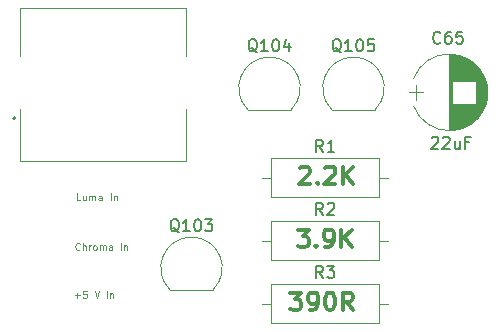
<source format=gbr>
G04 #@! TF.GenerationSoftware,KiCad,Pcbnew,(5.1.4)-1*
G04 #@! TF.CreationDate,2020-05-22T23:55:23+02:00*
G04 #@! TF.ProjectId,S-VHS ZX Spectrum,532d5648-5320-45a5-9820-537065637472,rev?*
G04 #@! TF.SameCoordinates,Original*
G04 #@! TF.FileFunction,Legend,Top*
G04 #@! TF.FilePolarity,Positive*
%FSLAX46Y46*%
G04 Gerber Fmt 4.6, Leading zero omitted, Abs format (unit mm)*
G04 Created by KiCad (PCBNEW (5.1.4)-1) date 2020-05-22 23:55:23*
%MOMM*%
%LPD*%
G04 APERTURE LIST*
%ADD10C,0.300000*%
%ADD11C,0.100000*%
%ADD12C,0.200000*%
%ADD13C,0.120000*%
%ADD14C,0.150000*%
G04 APERTURE END LIST*
D10*
X160516428Y-108271571D02*
X161445000Y-108271571D01*
X160945000Y-108843000D01*
X161159285Y-108843000D01*
X161302142Y-108914428D01*
X161373571Y-108985857D01*
X161445000Y-109128714D01*
X161445000Y-109485857D01*
X161373571Y-109628714D01*
X161302142Y-109700142D01*
X161159285Y-109771571D01*
X160730714Y-109771571D01*
X160587857Y-109700142D01*
X160516428Y-109628714D01*
X162159285Y-109771571D02*
X162445000Y-109771571D01*
X162587857Y-109700142D01*
X162659285Y-109628714D01*
X162802142Y-109414428D01*
X162873571Y-109128714D01*
X162873571Y-108557285D01*
X162802142Y-108414428D01*
X162730714Y-108343000D01*
X162587857Y-108271571D01*
X162302142Y-108271571D01*
X162159285Y-108343000D01*
X162087857Y-108414428D01*
X162016428Y-108557285D01*
X162016428Y-108914428D01*
X162087857Y-109057285D01*
X162159285Y-109128714D01*
X162302142Y-109200142D01*
X162587857Y-109200142D01*
X162730714Y-109128714D01*
X162802142Y-109057285D01*
X162873571Y-108914428D01*
X163802142Y-108271571D02*
X163945000Y-108271571D01*
X164087857Y-108343000D01*
X164159285Y-108414428D01*
X164230714Y-108557285D01*
X164302142Y-108843000D01*
X164302142Y-109200142D01*
X164230714Y-109485857D01*
X164159285Y-109628714D01*
X164087857Y-109700142D01*
X163945000Y-109771571D01*
X163802142Y-109771571D01*
X163659285Y-109700142D01*
X163587857Y-109628714D01*
X163516428Y-109485857D01*
X163445000Y-109200142D01*
X163445000Y-108843000D01*
X163516428Y-108557285D01*
X163587857Y-108414428D01*
X163659285Y-108343000D01*
X163802142Y-108271571D01*
X165802142Y-109771571D02*
X165302142Y-109057285D01*
X164945000Y-109771571D02*
X164945000Y-108271571D01*
X165516428Y-108271571D01*
X165659285Y-108343000D01*
X165730714Y-108414428D01*
X165802142Y-108557285D01*
X165802142Y-108771571D01*
X165730714Y-108914428D01*
X165659285Y-108985857D01*
X165516428Y-109057285D01*
X164945000Y-109057285D01*
X161127571Y-102937571D02*
X162056142Y-102937571D01*
X161556142Y-103509000D01*
X161770428Y-103509000D01*
X161913285Y-103580428D01*
X161984714Y-103651857D01*
X162056142Y-103794714D01*
X162056142Y-104151857D01*
X161984714Y-104294714D01*
X161913285Y-104366142D01*
X161770428Y-104437571D01*
X161341857Y-104437571D01*
X161199000Y-104366142D01*
X161127571Y-104294714D01*
X162699000Y-104294714D02*
X162770428Y-104366142D01*
X162699000Y-104437571D01*
X162627571Y-104366142D01*
X162699000Y-104294714D01*
X162699000Y-104437571D01*
X163484714Y-104437571D02*
X163770428Y-104437571D01*
X163913285Y-104366142D01*
X163984714Y-104294714D01*
X164127571Y-104080428D01*
X164199000Y-103794714D01*
X164199000Y-103223285D01*
X164127571Y-103080428D01*
X164056142Y-103009000D01*
X163913285Y-102937571D01*
X163627571Y-102937571D01*
X163484714Y-103009000D01*
X163413285Y-103080428D01*
X163341857Y-103223285D01*
X163341857Y-103580428D01*
X163413285Y-103723285D01*
X163484714Y-103794714D01*
X163627571Y-103866142D01*
X163913285Y-103866142D01*
X164056142Y-103794714D01*
X164127571Y-103723285D01*
X164199000Y-103580428D01*
X164841857Y-104437571D02*
X164841857Y-102937571D01*
X165699000Y-104437571D02*
X165056142Y-103580428D01*
X165699000Y-102937571D02*
X164841857Y-103794714D01*
X161326000Y-97746428D02*
X161397428Y-97675000D01*
X161540285Y-97603571D01*
X161897428Y-97603571D01*
X162040285Y-97675000D01*
X162111714Y-97746428D01*
X162183142Y-97889285D01*
X162183142Y-98032142D01*
X162111714Y-98246428D01*
X161254571Y-99103571D01*
X162183142Y-99103571D01*
X162826000Y-98960714D02*
X162897428Y-99032142D01*
X162826000Y-99103571D01*
X162754571Y-99032142D01*
X162826000Y-98960714D01*
X162826000Y-99103571D01*
X163468857Y-97746428D02*
X163540285Y-97675000D01*
X163683142Y-97603571D01*
X164040285Y-97603571D01*
X164183142Y-97675000D01*
X164254571Y-97746428D01*
X164326000Y-97889285D01*
X164326000Y-98032142D01*
X164254571Y-98246428D01*
X163397428Y-99103571D01*
X164326000Y-99103571D01*
X164968857Y-99103571D02*
X164968857Y-97603571D01*
X165826000Y-99103571D02*
X165183142Y-98246428D01*
X165826000Y-97603571D02*
X164968857Y-98460714D01*
D11*
X142248142Y-108500857D02*
X142705285Y-108500857D01*
X142476714Y-108729428D02*
X142476714Y-108272285D01*
X143276714Y-108129428D02*
X142991000Y-108129428D01*
X142962428Y-108415142D01*
X142991000Y-108386571D01*
X143048142Y-108358000D01*
X143191000Y-108358000D01*
X143248142Y-108386571D01*
X143276714Y-108415142D01*
X143305285Y-108472285D01*
X143305285Y-108615142D01*
X143276714Y-108672285D01*
X143248142Y-108700857D01*
X143191000Y-108729428D01*
X143048142Y-108729428D01*
X142991000Y-108700857D01*
X142962428Y-108672285D01*
X143933857Y-108129428D02*
X144133857Y-108729428D01*
X144333857Y-108129428D01*
X144991000Y-108729428D02*
X144991000Y-108129428D01*
X145276714Y-108329428D02*
X145276714Y-108729428D01*
X145276714Y-108386571D02*
X145305285Y-108358000D01*
X145362428Y-108329428D01*
X145448142Y-108329428D01*
X145505285Y-108358000D01*
X145533857Y-108415142D01*
X145533857Y-108729428D01*
X142668857Y-104608285D02*
X142640285Y-104636857D01*
X142554571Y-104665428D01*
X142497428Y-104665428D01*
X142411714Y-104636857D01*
X142354571Y-104579714D01*
X142326000Y-104522571D01*
X142297428Y-104408285D01*
X142297428Y-104322571D01*
X142326000Y-104208285D01*
X142354571Y-104151142D01*
X142411714Y-104094000D01*
X142497428Y-104065428D01*
X142554571Y-104065428D01*
X142640285Y-104094000D01*
X142668857Y-104122571D01*
X142926000Y-104665428D02*
X142926000Y-104065428D01*
X143183142Y-104665428D02*
X143183142Y-104351142D01*
X143154571Y-104294000D01*
X143097428Y-104265428D01*
X143011714Y-104265428D01*
X142954571Y-104294000D01*
X142926000Y-104322571D01*
X143468857Y-104665428D02*
X143468857Y-104265428D01*
X143468857Y-104379714D02*
X143497428Y-104322571D01*
X143526000Y-104294000D01*
X143583142Y-104265428D01*
X143640285Y-104265428D01*
X143926000Y-104665428D02*
X143868857Y-104636857D01*
X143840285Y-104608285D01*
X143811714Y-104551142D01*
X143811714Y-104379714D01*
X143840285Y-104322571D01*
X143868857Y-104294000D01*
X143926000Y-104265428D01*
X144011714Y-104265428D01*
X144068857Y-104294000D01*
X144097428Y-104322571D01*
X144126000Y-104379714D01*
X144126000Y-104551142D01*
X144097428Y-104608285D01*
X144068857Y-104636857D01*
X144011714Y-104665428D01*
X143926000Y-104665428D01*
X144383142Y-104665428D02*
X144383142Y-104265428D01*
X144383142Y-104322571D02*
X144411714Y-104294000D01*
X144468857Y-104265428D01*
X144554571Y-104265428D01*
X144611714Y-104294000D01*
X144640285Y-104351142D01*
X144640285Y-104665428D01*
X144640285Y-104351142D02*
X144668857Y-104294000D01*
X144726000Y-104265428D01*
X144811714Y-104265428D01*
X144868857Y-104294000D01*
X144897428Y-104351142D01*
X144897428Y-104665428D01*
X145440285Y-104665428D02*
X145440285Y-104351142D01*
X145411714Y-104294000D01*
X145354571Y-104265428D01*
X145240285Y-104265428D01*
X145183142Y-104294000D01*
X145440285Y-104636857D02*
X145383142Y-104665428D01*
X145240285Y-104665428D01*
X145183142Y-104636857D01*
X145154571Y-104579714D01*
X145154571Y-104522571D01*
X145183142Y-104465428D01*
X145240285Y-104436857D01*
X145383142Y-104436857D01*
X145440285Y-104408285D01*
X146183142Y-104665428D02*
X146183142Y-104065428D01*
X146468857Y-104265428D02*
X146468857Y-104665428D01*
X146468857Y-104322571D02*
X146497428Y-104294000D01*
X146554571Y-104265428D01*
X146640285Y-104265428D01*
X146697428Y-104294000D01*
X146726000Y-104351142D01*
X146726000Y-104665428D01*
X142745000Y-100474428D02*
X142459285Y-100474428D01*
X142459285Y-99874428D01*
X143202142Y-100074428D02*
X143202142Y-100474428D01*
X142945000Y-100074428D02*
X142945000Y-100388714D01*
X142973571Y-100445857D01*
X143030714Y-100474428D01*
X143116428Y-100474428D01*
X143173571Y-100445857D01*
X143202142Y-100417285D01*
X143487857Y-100474428D02*
X143487857Y-100074428D01*
X143487857Y-100131571D02*
X143516428Y-100103000D01*
X143573571Y-100074428D01*
X143659285Y-100074428D01*
X143716428Y-100103000D01*
X143745000Y-100160142D01*
X143745000Y-100474428D01*
X143745000Y-100160142D02*
X143773571Y-100103000D01*
X143830714Y-100074428D01*
X143916428Y-100074428D01*
X143973571Y-100103000D01*
X144002142Y-100160142D01*
X144002142Y-100474428D01*
X144545000Y-100474428D02*
X144545000Y-100160142D01*
X144516428Y-100103000D01*
X144459285Y-100074428D01*
X144345000Y-100074428D01*
X144287857Y-100103000D01*
X144545000Y-100445857D02*
X144487857Y-100474428D01*
X144345000Y-100474428D01*
X144287857Y-100445857D01*
X144259285Y-100388714D01*
X144259285Y-100331571D01*
X144287857Y-100274428D01*
X144345000Y-100245857D01*
X144487857Y-100245857D01*
X144545000Y-100217285D01*
X145287857Y-100474428D02*
X145287857Y-99874428D01*
X145573571Y-100074428D02*
X145573571Y-100474428D01*
X145573571Y-100131571D02*
X145602142Y-100103000D01*
X145659285Y-100074428D01*
X145745000Y-100074428D01*
X145802142Y-100103000D01*
X145830714Y-100160142D01*
X145830714Y-100474428D01*
X137640000Y-88204000D02*
X137640000Y-84204000D01*
X137640000Y-84204000D02*
X151640000Y-84204000D01*
X151640000Y-84204000D02*
X151640000Y-88204000D01*
X137640000Y-92704000D02*
X137640000Y-97104000D01*
X137640000Y-97104000D02*
X151640000Y-97104000D01*
X151640000Y-97104000D02*
X151640000Y-92704000D01*
D12*
X137240000Y-93504000D02*
X137240000Y-93504000D01*
X137040000Y-93504000D02*
X137040000Y-93504000D01*
X137040000Y-93504000D02*
G75*
G02X137240000Y-93504000I100000J0D01*
G01*
X137240000Y-93504000D02*
G75*
G02X137040000Y-93504000I-100000J0D01*
G01*
D13*
X176987820Y-90133864D02*
G75*
G03X170952518Y-90133000I-3017820J-1179136D01*
G01*
X176987820Y-92492136D02*
G75*
G02X170952518Y-92493000I-3017820J1179136D01*
G01*
X176987820Y-92492136D02*
G75*
G03X176987482Y-90133000I-3017820J1179136D01*
G01*
X173970000Y-88113000D02*
X173970000Y-94513000D01*
X174010000Y-88113000D02*
X174010000Y-94513000D01*
X174050000Y-88113000D02*
X174050000Y-94513000D01*
X174090000Y-88115000D02*
X174090000Y-94511000D01*
X174130000Y-88116000D02*
X174130000Y-94510000D01*
X174170000Y-88119000D02*
X174170000Y-94507000D01*
X174210000Y-88121000D02*
X174210000Y-94505000D01*
X174250000Y-88125000D02*
X174250000Y-90333000D01*
X174250000Y-92293000D02*
X174250000Y-94501000D01*
X174290000Y-88128000D02*
X174290000Y-90333000D01*
X174290000Y-92293000D02*
X174290000Y-94498000D01*
X174330000Y-88133000D02*
X174330000Y-90333000D01*
X174330000Y-92293000D02*
X174330000Y-94493000D01*
X174370000Y-88137000D02*
X174370000Y-90333000D01*
X174370000Y-92293000D02*
X174370000Y-94489000D01*
X174410000Y-88143000D02*
X174410000Y-90333000D01*
X174410000Y-92293000D02*
X174410000Y-94483000D01*
X174450000Y-88148000D02*
X174450000Y-90333000D01*
X174450000Y-92293000D02*
X174450000Y-94478000D01*
X174490000Y-88155000D02*
X174490000Y-90333000D01*
X174490000Y-92293000D02*
X174490000Y-94471000D01*
X174530000Y-88161000D02*
X174530000Y-90333000D01*
X174530000Y-92293000D02*
X174530000Y-94465000D01*
X174570000Y-88169000D02*
X174570000Y-90333000D01*
X174570000Y-92293000D02*
X174570000Y-94457000D01*
X174610000Y-88176000D02*
X174610000Y-90333000D01*
X174610000Y-92293000D02*
X174610000Y-94450000D01*
X174650000Y-88185000D02*
X174650000Y-90333000D01*
X174650000Y-92293000D02*
X174650000Y-94441000D01*
X174691000Y-88194000D02*
X174691000Y-90333000D01*
X174691000Y-92293000D02*
X174691000Y-94432000D01*
X174731000Y-88203000D02*
X174731000Y-90333000D01*
X174731000Y-92293000D02*
X174731000Y-94423000D01*
X174771000Y-88213000D02*
X174771000Y-90333000D01*
X174771000Y-92293000D02*
X174771000Y-94413000D01*
X174811000Y-88223000D02*
X174811000Y-90333000D01*
X174811000Y-92293000D02*
X174811000Y-94403000D01*
X174851000Y-88234000D02*
X174851000Y-90333000D01*
X174851000Y-92293000D02*
X174851000Y-94392000D01*
X174891000Y-88246000D02*
X174891000Y-90333000D01*
X174891000Y-92293000D02*
X174891000Y-94380000D01*
X174931000Y-88258000D02*
X174931000Y-90333000D01*
X174931000Y-92293000D02*
X174931000Y-94368000D01*
X174971000Y-88271000D02*
X174971000Y-90333000D01*
X174971000Y-92293000D02*
X174971000Y-94355000D01*
X175011000Y-88284000D02*
X175011000Y-90333000D01*
X175011000Y-92293000D02*
X175011000Y-94342000D01*
X175051000Y-88298000D02*
X175051000Y-90333000D01*
X175051000Y-92293000D02*
X175051000Y-94328000D01*
X175091000Y-88312000D02*
X175091000Y-90333000D01*
X175091000Y-92293000D02*
X175091000Y-94314000D01*
X175131000Y-88327000D02*
X175131000Y-90333000D01*
X175131000Y-92293000D02*
X175131000Y-94299000D01*
X175171000Y-88343000D02*
X175171000Y-90333000D01*
X175171000Y-92293000D02*
X175171000Y-94283000D01*
X175211000Y-88359000D02*
X175211000Y-90333000D01*
X175211000Y-92293000D02*
X175211000Y-94267000D01*
X175251000Y-88376000D02*
X175251000Y-90333000D01*
X175251000Y-92293000D02*
X175251000Y-94250000D01*
X175291000Y-88394000D02*
X175291000Y-90333000D01*
X175291000Y-92293000D02*
X175291000Y-94232000D01*
X175331000Y-88412000D02*
X175331000Y-90333000D01*
X175331000Y-92293000D02*
X175331000Y-94214000D01*
X175371000Y-88431000D02*
X175371000Y-90333000D01*
X175371000Y-92293000D02*
X175371000Y-94195000D01*
X175411000Y-88450000D02*
X175411000Y-90333000D01*
X175411000Y-92293000D02*
X175411000Y-94176000D01*
X175451000Y-88470000D02*
X175451000Y-90333000D01*
X175451000Y-92293000D02*
X175451000Y-94156000D01*
X175491000Y-88491000D02*
X175491000Y-90333000D01*
X175491000Y-92293000D02*
X175491000Y-94135000D01*
X175531000Y-88513000D02*
X175531000Y-90333000D01*
X175531000Y-92293000D02*
X175531000Y-94113000D01*
X175571000Y-88535000D02*
X175571000Y-90333000D01*
X175571000Y-92293000D02*
X175571000Y-94091000D01*
X175611000Y-88558000D02*
X175611000Y-90333000D01*
X175611000Y-92293000D02*
X175611000Y-94068000D01*
X175651000Y-88582000D02*
X175651000Y-90333000D01*
X175651000Y-92293000D02*
X175651000Y-94044000D01*
X175691000Y-88607000D02*
X175691000Y-90333000D01*
X175691000Y-92293000D02*
X175691000Y-94019000D01*
X175731000Y-88632000D02*
X175731000Y-90333000D01*
X175731000Y-92293000D02*
X175731000Y-93994000D01*
X175771000Y-88659000D02*
X175771000Y-90333000D01*
X175771000Y-92293000D02*
X175771000Y-93967000D01*
X175811000Y-88686000D02*
X175811000Y-90333000D01*
X175811000Y-92293000D02*
X175811000Y-93940000D01*
X175851000Y-88714000D02*
X175851000Y-90333000D01*
X175851000Y-92293000D02*
X175851000Y-93912000D01*
X175891000Y-88743000D02*
X175891000Y-90333000D01*
X175891000Y-92293000D02*
X175891000Y-93883000D01*
X175931000Y-88773000D02*
X175931000Y-90333000D01*
X175931000Y-92293000D02*
X175931000Y-93853000D01*
X175971000Y-88803000D02*
X175971000Y-90333000D01*
X175971000Y-92293000D02*
X175971000Y-93823000D01*
X176011000Y-88835000D02*
X176011000Y-90333000D01*
X176011000Y-92293000D02*
X176011000Y-93791000D01*
X176051000Y-88868000D02*
X176051000Y-90333000D01*
X176051000Y-92293000D02*
X176051000Y-93758000D01*
X176091000Y-88902000D02*
X176091000Y-90333000D01*
X176091000Y-92293000D02*
X176091000Y-93724000D01*
X176131000Y-88938000D02*
X176131000Y-90333000D01*
X176131000Y-92293000D02*
X176131000Y-93688000D01*
X176171000Y-88974000D02*
X176171000Y-90333000D01*
X176171000Y-92293000D02*
X176171000Y-93652000D01*
X176211000Y-89012000D02*
X176211000Y-93614000D01*
X176251000Y-89051000D02*
X176251000Y-93575000D01*
X176291000Y-89091000D02*
X176291000Y-93535000D01*
X176331000Y-89133000D02*
X176331000Y-93493000D01*
X176371000Y-89176000D02*
X176371000Y-93450000D01*
X176411000Y-89221000D02*
X176411000Y-93405000D01*
X176451000Y-89268000D02*
X176451000Y-93358000D01*
X176491000Y-89316000D02*
X176491000Y-93310000D01*
X176531000Y-89367000D02*
X176531000Y-93259000D01*
X176571000Y-89419000D02*
X176571000Y-93207000D01*
X176611000Y-89474000D02*
X176611000Y-93152000D01*
X176651000Y-89532000D02*
X176651000Y-93094000D01*
X176691000Y-89592000D02*
X176691000Y-93034000D01*
X176731000Y-89655000D02*
X176731000Y-92971000D01*
X176771000Y-89722000D02*
X176771000Y-92904000D01*
X176811000Y-89793000D02*
X176811000Y-92833000D01*
X176851000Y-89868000D02*
X176851000Y-92758000D01*
X176891000Y-89949000D02*
X176891000Y-92677000D01*
X176931000Y-90035000D02*
X176931000Y-92591000D01*
X176971000Y-90129000D02*
X176971000Y-92497000D01*
X177011000Y-90232000D02*
X177011000Y-92394000D01*
X177051000Y-90347000D02*
X177051000Y-92279000D01*
X177091000Y-90479000D02*
X177091000Y-92147000D01*
X177131000Y-90637000D02*
X177131000Y-91989000D01*
X177171000Y-90845000D02*
X177171000Y-91781000D01*
X170520000Y-91313000D02*
X171720000Y-91313000D01*
X171120000Y-90663000D02*
X171120000Y-91963000D01*
X158889000Y-102226000D02*
X158889000Y-105546000D01*
X158889000Y-105546000D02*
X168009000Y-105546000D01*
X168009000Y-105546000D02*
X168009000Y-102226000D01*
X168009000Y-102226000D02*
X158889000Y-102226000D01*
X158079000Y-103886000D02*
X158889000Y-103886000D01*
X168819000Y-103886000D02*
X168009000Y-103886000D01*
X153984478Y-108010478D02*
G75*
G03X152146000Y-103572000I-1838478J1838478D01*
G01*
X150307522Y-108010478D02*
G75*
G02X152146000Y-103572000I1838478J1838478D01*
G01*
X150346000Y-108022000D02*
X153946000Y-108022000D01*
X156950000Y-92782000D02*
X160550000Y-92782000D01*
X156911522Y-92770478D02*
G75*
G02X158750000Y-88332000I1838478J1838478D01*
G01*
X160588478Y-92770478D02*
G75*
G03X158750000Y-88332000I-1838478J1838478D01*
G01*
X167700478Y-92770478D02*
G75*
G03X165862000Y-88332000I-1838478J1838478D01*
G01*
X164023522Y-92770478D02*
G75*
G02X165862000Y-88332000I1838478J1838478D01*
G01*
X164062000Y-92782000D02*
X167662000Y-92782000D01*
X168819000Y-98552000D02*
X168009000Y-98552000D01*
X158079000Y-98552000D02*
X158889000Y-98552000D01*
X168009000Y-96892000D02*
X158889000Y-96892000D01*
X168009000Y-100212000D02*
X168009000Y-96892000D01*
X158889000Y-100212000D02*
X168009000Y-100212000D01*
X158889000Y-96892000D02*
X158889000Y-100212000D01*
X168819000Y-109220000D02*
X168009000Y-109220000D01*
X158079000Y-109220000D02*
X158889000Y-109220000D01*
X168009000Y-107560000D02*
X158889000Y-107560000D01*
X168009000Y-110880000D02*
X168009000Y-107560000D01*
X158889000Y-110880000D02*
X168009000Y-110880000D01*
X158889000Y-107560000D02*
X158889000Y-110880000D01*
D14*
X173220142Y-87098142D02*
X173172523Y-87145761D01*
X173029666Y-87193380D01*
X172934428Y-87193380D01*
X172791571Y-87145761D01*
X172696333Y-87050523D01*
X172648714Y-86955285D01*
X172601095Y-86764809D01*
X172601095Y-86621952D01*
X172648714Y-86431476D01*
X172696333Y-86336238D01*
X172791571Y-86241000D01*
X172934428Y-86193380D01*
X173029666Y-86193380D01*
X173172523Y-86241000D01*
X173220142Y-86288619D01*
X174077285Y-86193380D02*
X173886809Y-86193380D01*
X173791571Y-86241000D01*
X173743952Y-86288619D01*
X173648714Y-86431476D01*
X173601095Y-86621952D01*
X173601095Y-87002904D01*
X173648714Y-87098142D01*
X173696333Y-87145761D01*
X173791571Y-87193380D01*
X173982047Y-87193380D01*
X174077285Y-87145761D01*
X174124904Y-87098142D01*
X174172523Y-87002904D01*
X174172523Y-86764809D01*
X174124904Y-86669571D01*
X174077285Y-86621952D01*
X173982047Y-86574333D01*
X173791571Y-86574333D01*
X173696333Y-86621952D01*
X173648714Y-86669571D01*
X173601095Y-86764809D01*
X175077285Y-86193380D02*
X174601095Y-86193380D01*
X174553476Y-86669571D01*
X174601095Y-86621952D01*
X174696333Y-86574333D01*
X174934428Y-86574333D01*
X175029666Y-86621952D01*
X175077285Y-86669571D01*
X175124904Y-86764809D01*
X175124904Y-87002904D01*
X175077285Y-87098142D01*
X175029666Y-87145761D01*
X174934428Y-87193380D01*
X174696333Y-87193380D01*
X174601095Y-87145761D01*
X174553476Y-87098142D01*
X172474142Y-95178619D02*
X172521761Y-95131000D01*
X172617000Y-95083380D01*
X172855095Y-95083380D01*
X172950333Y-95131000D01*
X172997952Y-95178619D01*
X173045571Y-95273857D01*
X173045571Y-95369095D01*
X172997952Y-95511952D01*
X172426523Y-96083380D01*
X173045571Y-96083380D01*
X173426523Y-95178619D02*
X173474142Y-95131000D01*
X173569380Y-95083380D01*
X173807476Y-95083380D01*
X173902714Y-95131000D01*
X173950333Y-95178619D01*
X173997952Y-95273857D01*
X173997952Y-95369095D01*
X173950333Y-95511952D01*
X173378904Y-96083380D01*
X173997952Y-96083380D01*
X174855095Y-95416714D02*
X174855095Y-96083380D01*
X174426523Y-95416714D02*
X174426523Y-95940523D01*
X174474142Y-96035761D01*
X174569380Y-96083380D01*
X174712238Y-96083380D01*
X174807476Y-96035761D01*
X174855095Y-95988142D01*
X175664619Y-95559571D02*
X175331285Y-95559571D01*
X175331285Y-96083380D02*
X175331285Y-95083380D01*
X175807476Y-95083380D01*
X163282333Y-101678380D02*
X162949000Y-101202190D01*
X162710904Y-101678380D02*
X162710904Y-100678380D01*
X163091857Y-100678380D01*
X163187095Y-100726000D01*
X163234714Y-100773619D01*
X163282333Y-100868857D01*
X163282333Y-101011714D01*
X163234714Y-101106952D01*
X163187095Y-101154571D01*
X163091857Y-101202190D01*
X162710904Y-101202190D01*
X163663285Y-100773619D02*
X163710904Y-100726000D01*
X163806142Y-100678380D01*
X164044238Y-100678380D01*
X164139476Y-100726000D01*
X164187095Y-100773619D01*
X164234714Y-100868857D01*
X164234714Y-100964095D01*
X164187095Y-101106952D01*
X163615666Y-101678380D01*
X164234714Y-101678380D01*
X151098380Y-103159619D02*
X151003142Y-103112000D01*
X150907904Y-103016761D01*
X150765047Y-102873904D01*
X150669809Y-102826285D01*
X150574571Y-102826285D01*
X150622190Y-103064380D02*
X150526952Y-103016761D01*
X150431714Y-102921523D01*
X150384095Y-102731047D01*
X150384095Y-102397714D01*
X150431714Y-102207238D01*
X150526952Y-102112000D01*
X150622190Y-102064380D01*
X150812666Y-102064380D01*
X150907904Y-102112000D01*
X151003142Y-102207238D01*
X151050761Y-102397714D01*
X151050761Y-102731047D01*
X151003142Y-102921523D01*
X150907904Y-103016761D01*
X150812666Y-103064380D01*
X150622190Y-103064380D01*
X152003142Y-103064380D02*
X151431714Y-103064380D01*
X151717428Y-103064380D02*
X151717428Y-102064380D01*
X151622190Y-102207238D01*
X151526952Y-102302476D01*
X151431714Y-102350095D01*
X152622190Y-102064380D02*
X152717428Y-102064380D01*
X152812666Y-102112000D01*
X152860285Y-102159619D01*
X152907904Y-102254857D01*
X152955523Y-102445333D01*
X152955523Y-102683428D01*
X152907904Y-102873904D01*
X152860285Y-102969142D01*
X152812666Y-103016761D01*
X152717428Y-103064380D01*
X152622190Y-103064380D01*
X152526952Y-103016761D01*
X152479333Y-102969142D01*
X152431714Y-102873904D01*
X152384095Y-102683428D01*
X152384095Y-102445333D01*
X152431714Y-102254857D01*
X152479333Y-102159619D01*
X152526952Y-102112000D01*
X152622190Y-102064380D01*
X153288857Y-102064380D02*
X153907904Y-102064380D01*
X153574571Y-102445333D01*
X153717428Y-102445333D01*
X153812666Y-102492952D01*
X153860285Y-102540571D01*
X153907904Y-102635809D01*
X153907904Y-102873904D01*
X153860285Y-102969142D01*
X153812666Y-103016761D01*
X153717428Y-103064380D01*
X153431714Y-103064380D01*
X153336476Y-103016761D01*
X153288857Y-102969142D01*
X157702380Y-87919619D02*
X157607142Y-87872000D01*
X157511904Y-87776761D01*
X157369047Y-87633904D01*
X157273809Y-87586285D01*
X157178571Y-87586285D01*
X157226190Y-87824380D02*
X157130952Y-87776761D01*
X157035714Y-87681523D01*
X156988095Y-87491047D01*
X156988095Y-87157714D01*
X157035714Y-86967238D01*
X157130952Y-86872000D01*
X157226190Y-86824380D01*
X157416666Y-86824380D01*
X157511904Y-86872000D01*
X157607142Y-86967238D01*
X157654761Y-87157714D01*
X157654761Y-87491047D01*
X157607142Y-87681523D01*
X157511904Y-87776761D01*
X157416666Y-87824380D01*
X157226190Y-87824380D01*
X158607142Y-87824380D02*
X158035714Y-87824380D01*
X158321428Y-87824380D02*
X158321428Y-86824380D01*
X158226190Y-86967238D01*
X158130952Y-87062476D01*
X158035714Y-87110095D01*
X159226190Y-86824380D02*
X159321428Y-86824380D01*
X159416666Y-86872000D01*
X159464285Y-86919619D01*
X159511904Y-87014857D01*
X159559523Y-87205333D01*
X159559523Y-87443428D01*
X159511904Y-87633904D01*
X159464285Y-87729142D01*
X159416666Y-87776761D01*
X159321428Y-87824380D01*
X159226190Y-87824380D01*
X159130952Y-87776761D01*
X159083333Y-87729142D01*
X159035714Y-87633904D01*
X158988095Y-87443428D01*
X158988095Y-87205333D01*
X159035714Y-87014857D01*
X159083333Y-86919619D01*
X159130952Y-86872000D01*
X159226190Y-86824380D01*
X160416666Y-87157714D02*
X160416666Y-87824380D01*
X160178571Y-86776761D02*
X159940476Y-87491047D01*
X160559523Y-87491047D01*
X164814380Y-87919619D02*
X164719142Y-87872000D01*
X164623904Y-87776761D01*
X164481047Y-87633904D01*
X164385809Y-87586285D01*
X164290571Y-87586285D01*
X164338190Y-87824380D02*
X164242952Y-87776761D01*
X164147714Y-87681523D01*
X164100095Y-87491047D01*
X164100095Y-87157714D01*
X164147714Y-86967238D01*
X164242952Y-86872000D01*
X164338190Y-86824380D01*
X164528666Y-86824380D01*
X164623904Y-86872000D01*
X164719142Y-86967238D01*
X164766761Y-87157714D01*
X164766761Y-87491047D01*
X164719142Y-87681523D01*
X164623904Y-87776761D01*
X164528666Y-87824380D01*
X164338190Y-87824380D01*
X165719142Y-87824380D02*
X165147714Y-87824380D01*
X165433428Y-87824380D02*
X165433428Y-86824380D01*
X165338190Y-86967238D01*
X165242952Y-87062476D01*
X165147714Y-87110095D01*
X166338190Y-86824380D02*
X166433428Y-86824380D01*
X166528666Y-86872000D01*
X166576285Y-86919619D01*
X166623904Y-87014857D01*
X166671523Y-87205333D01*
X166671523Y-87443428D01*
X166623904Y-87633904D01*
X166576285Y-87729142D01*
X166528666Y-87776761D01*
X166433428Y-87824380D01*
X166338190Y-87824380D01*
X166242952Y-87776761D01*
X166195333Y-87729142D01*
X166147714Y-87633904D01*
X166100095Y-87443428D01*
X166100095Y-87205333D01*
X166147714Y-87014857D01*
X166195333Y-86919619D01*
X166242952Y-86872000D01*
X166338190Y-86824380D01*
X167576285Y-86824380D02*
X167100095Y-86824380D01*
X167052476Y-87300571D01*
X167100095Y-87252952D01*
X167195333Y-87205333D01*
X167433428Y-87205333D01*
X167528666Y-87252952D01*
X167576285Y-87300571D01*
X167623904Y-87395809D01*
X167623904Y-87633904D01*
X167576285Y-87729142D01*
X167528666Y-87776761D01*
X167433428Y-87824380D01*
X167195333Y-87824380D01*
X167100095Y-87776761D01*
X167052476Y-87729142D01*
X163282333Y-96344380D02*
X162949000Y-95868190D01*
X162710904Y-96344380D02*
X162710904Y-95344380D01*
X163091857Y-95344380D01*
X163187095Y-95392000D01*
X163234714Y-95439619D01*
X163282333Y-95534857D01*
X163282333Y-95677714D01*
X163234714Y-95772952D01*
X163187095Y-95820571D01*
X163091857Y-95868190D01*
X162710904Y-95868190D01*
X164234714Y-96344380D02*
X163663285Y-96344380D01*
X163949000Y-96344380D02*
X163949000Y-95344380D01*
X163853761Y-95487238D01*
X163758523Y-95582476D01*
X163663285Y-95630095D01*
X163282333Y-107012380D02*
X162949000Y-106536190D01*
X162710904Y-107012380D02*
X162710904Y-106012380D01*
X163091857Y-106012380D01*
X163187095Y-106060000D01*
X163234714Y-106107619D01*
X163282333Y-106202857D01*
X163282333Y-106345714D01*
X163234714Y-106440952D01*
X163187095Y-106488571D01*
X163091857Y-106536190D01*
X162710904Y-106536190D01*
X163615666Y-106012380D02*
X164234714Y-106012380D01*
X163901380Y-106393333D01*
X164044238Y-106393333D01*
X164139476Y-106440952D01*
X164187095Y-106488571D01*
X164234714Y-106583809D01*
X164234714Y-106821904D01*
X164187095Y-106917142D01*
X164139476Y-106964761D01*
X164044238Y-107012380D01*
X163758523Y-107012380D01*
X163663285Y-106964761D01*
X163615666Y-106917142D01*
M02*

</source>
